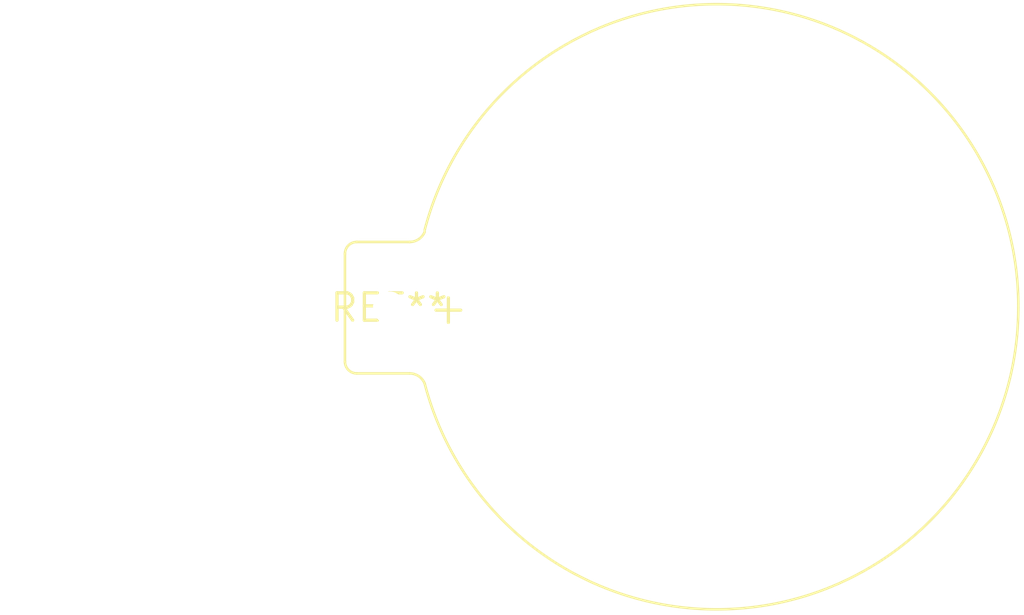
<source format=kicad_pcb>
(kicad_pcb (version 20240108) (generator pcbnew)
  (layers (0 "F.Cu" signal) (31 "B.Cu" signal) (34 "B.Paste" user) (35 "F.Paste" user) (36 "B.SilkS" user "B.Silkscreen") (37 "F.SilkS" user "F.Silkscreen") (38 "B.Mask" user) (39 "F.Mask" user) (44 "Edge.Cuts" user))
  (net 0 "")
  (footprint "BatteryHolder_Keystone_107_1x23mm" (layer "F.Cu") (at 0 0)
    (property "Reference" "REF**")
    (property "Value" "BatteryHolder_Keystone_107_1x23mm")
    (fp_line (start -2.05 -2.5) (end -2.05 2.5) (layer "F.SilkS") (stroke (width 0.12)))
    (fp_line (start -1.5 3.05) (end 0.95 3.05) (layer "F.SilkS") (stroke (width 0.12)))
    (fp_line (start 0.95 -3.05) (end -1.5 -3.05) (layer "F.SilkS") (stroke (width 0.12)))
    (fp_arc (start -2.05 -2.5) (mid -1.888909 -2.888909) (end -1.5 -3.05) (layer "F.SilkS") (stroke (width 0.12)))
    (fp_arc (start -1.5 3.05) (mid -1.888909 2.888909) (end -2.05 2.5) (layer "F.SilkS") (stroke (width 0.12)))
    (fp_arc (start 0.95 3.05) (mid 1.371574 3.1784) (end 1.65 3.52) (layer "F.SilkS") (stroke (width 0.12)))
    (fp_arc (start 1.65 -3.604769) (mid 17.016593 -13.966381) (end 29.2 0) (layer "F.SilkS") (stroke (width 0.12)))
    (fp_arc (start 1.65 -3.52) (mid 1.371575 -3.1784) (end 0.95 -3.05) (layer "F.SilkS") (stroke (width 0.12)))
    (fp_arc (start 29.2 0) (mid 16.974433 13.886952) (end 1.65 3.52) (layer "F.SilkS") (stroke (width 0.12)))
    (fp_text user "+" (at 2.75 0 0) (layer "F.SilkS") (effects (font (size 1.5 1.5))))
    (pad "1" thru_hole rect (at 0 0) (size 3 3) (drill 1.5) (layers *.Cu *.Mask) (remove_unused_layers))
    (pad "2" thru_hole circle (at 20.49 0) (size 3 3) (drill 1.5) (layers *.Cu *.Mask) (remove_unused_layers))
  )
)
</source>
